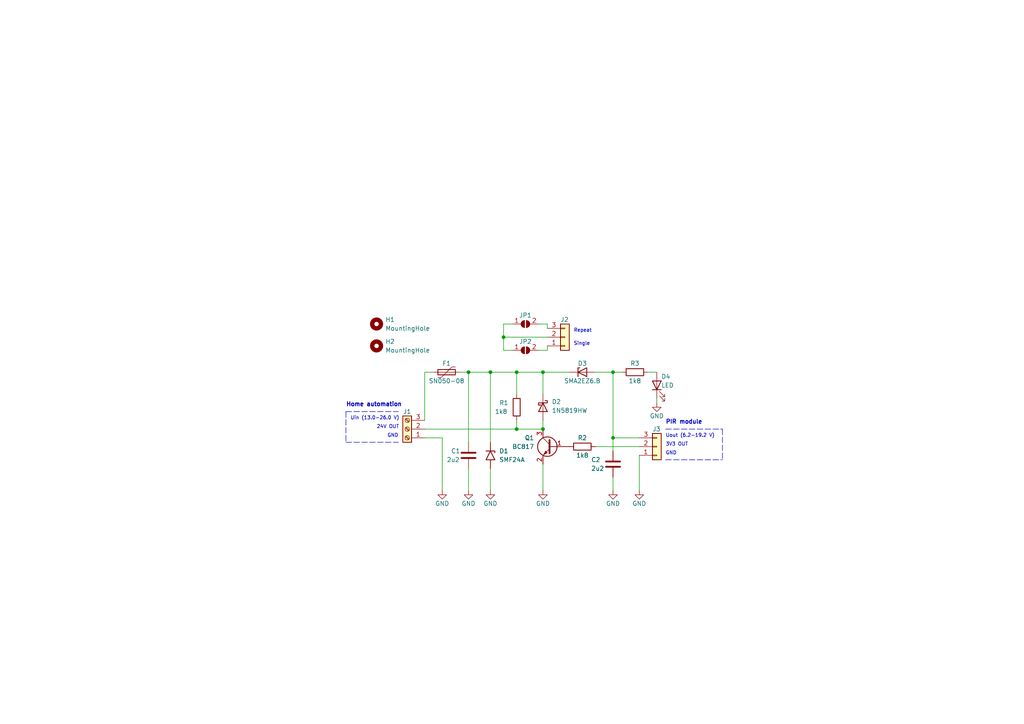
<source format=kicad_sch>
(kicad_sch (version 20230121) (generator eeschema)
  (paper "A4")
  (lib_symbols
    (symbol "Connector:Screw_Terminal_01x03" (pin_names (offset 1.016) hide)
      (property "Reference" "J" (at 0 5.08 0))
      (property "Value" "Screw_Terminal_01x03" (at 0 -5.08 0))
      (symbol "Screw_Terminal_01x03_1_1"
        (rectangle (start -1.27 3.81) (end 1.27 -3.81) (stroke (width 0.254)) (fill (type background)))
        (circle (center 0 -2.54) (radius 0.635) (stroke (width 0.1524)))
        (polyline (pts (xy -0.5334 -2.2098) (xy 0.3302 -3.048)) (stroke (width 0.1524)))
        (polyline (pts (xy -0.5334 0.3302) (xy 0.3302 -0.508)) (stroke (width 0.1524)))
        (polyline (pts (xy -0.5334 2.8702) (xy 0.3302 2.032)) (stroke (width 0.1524)))
        (polyline (pts (xy -0.3556 -2.032) (xy 0.508 -2.8702)) (stroke (width 0.1524)))
        (polyline (pts (xy -0.3556 0.508) (xy 0.508 -0.3302)) (stroke (width 0.1524)))
        (polyline (pts (xy -0.3556 3.048) (xy 0.508 2.2098)) (stroke (width 0.1524)))
        (circle (center 0 0) (radius 0.635) (stroke (width 0.1524)))
        (circle (center 0 2.54) (radius 0.635) (stroke (width 0.1524)))
        (pin passive line (at -5.08 2.54 0) (length 3.81) (name "Pin_1") (number "1"))
        (pin passive line (at -5.08 0 0) (length 3.81) (name "Pin_2") (number "2"))
        (pin passive line (at -5.08 -2.54 0) (length 3.81) (name "Pin_3") (number "3"))
      )
    )
    (symbol "Connector_Generic:Conn_01x03" (pin_names (offset 1.016) hide)
      (property "Reference" "J" (at 0 5.08 0))
      (property "Value" "Conn_01x03" (at 0 -5.08 0))
      (symbol "Conn_01x03_1_1"
        (rectangle (start -1.27 -2.413) (end 0 -2.667) (stroke (width 0.1524)))
        (rectangle (start -1.27 0.127) (end 0 -0.127) (stroke (width 0.1524)))
        (rectangle (start -1.27 2.667) (end 0 2.413) (stroke (width 0.1524)))
        (rectangle (start -1.27 3.81) (end 1.27 -3.81) (stroke (width 0.254)) (fill (type background)))
        (pin passive line (at -5.08 2.54 0) (length 3.81) (name "Pin_1") (number "1"))
        (pin passive line (at -5.08 0 0) (length 3.81) (name "Pin_2") (number "2"))
        (pin passive line (at -5.08 -2.54 0) (length 3.81) (name "Pin_3") (number "3"))
      )
    )
    (symbol "Device:C" (pin_numbers hide) (pin_names (offset 0.254))
      (property "Reference" "C" (at 0.635 2.54 0))
      (property "Value" "C" (at 0.635 -2.54 0))
      (symbol "C_0_1"
        (polyline (pts (xy -2.032 -0.762) (xy 2.032 -0.762)) (stroke (width 0.508)))
        (polyline (pts (xy -2.032 0.762) (xy 2.032 0.762)) (stroke (width 0.508)))
      )
      (symbol "C_1_1"
        (pin passive line (at 0 3.81 270) (length 2.794) (name "~") (number "1"))
        (pin passive line (at 0 -3.81 90) (length 2.794) (name "~") (number "2"))
      )
    )
    (symbol "Device:D_Zener" (pin_numbers hide) (pin_names (offset 1.016) hide)
      (property "Reference" "D" (at 0 2.54 0))
      (property "Value" "D_Zener" (at 0 -2.54 0))
      (symbol "D_Zener_0_1"
        (polyline (pts (xy 1.27 0) (xy -1.27 0)))
        (polyline (pts (xy -1.27 -1.27) (xy -1.27 1.27) (xy -0.762 1.27)) (stroke (width 0.254)))
        (polyline (pts (xy 1.27 -1.27) (xy 1.27 1.27) (xy -1.27 0) (xy 1.27 -1.27)) (stroke (width 0.254)))
      )
      (symbol "D_Zener_1_1"
        (pin passive line (at -3.81 0 0) (length 2.54) (name "K") (number "1"))
        (pin passive line (at 3.81 0 180) (length 2.54) (name "A") (number "2"))
      )
    )
    (symbol "Device:LED" (pin_numbers hide) (pin_names (offset 1.016) hide)
      (property "Reference" "D" (at 0 2.54 0))
      (property "Value" "LED" (at 0 -2.54 0))
      (symbol "LED_0_1"
        (polyline (pts (xy -1.27 -1.27) (xy -1.27 1.27)) (stroke (width 0.254)))
        (polyline (pts (xy -1.27 0) (xy 1.27 0)))
        (polyline (pts (xy 1.27 -1.27) (xy 1.27 1.27) (xy -1.27 0) (xy 1.27 -1.27)) (stroke (width 0.254)))
        (polyline (pts (xy -3.048 -0.762) (xy -4.572 -2.286) (xy -3.81 -2.286) (xy -4.572 -2.286) (xy -4.572 -1.524)))
        (polyline (pts (xy -1.778 -0.762) (xy -3.302 -2.286) (xy -2.54 -2.286) (xy -3.302 -2.286) (xy -3.302 -1.524)))
      )
      (symbol "LED_1_1"
        (pin passive line (at -3.81 0 0) (length 2.54) (name "K") (number "1"))
        (pin passive line (at 3.81 0 180) (length 2.54) (name "A") (number "2"))
      )
    )
    (symbol "Device:Polyfuse" (pin_numbers hide) (pin_names (offset 0))
      (property "Reference" "F" (at -2.54 0 90))
      (property "Value" "Polyfuse" (at 2.54 0 90))
      (symbol "Polyfuse_0_1"
        (rectangle (start -0.762 2.54) (end 0.762 -2.54) (stroke (width 0.254)))
        (polyline (pts (xy 0 2.54) (xy 0 -2.54)))
        (polyline (pts (xy -1.524 2.54) (xy -1.524 1.524) (xy 1.524 -1.524) (xy 1.524 -2.54)))
      )
      (symbol "Polyfuse_1_1"
        (pin passive line (at 0 3.81 270) (length 1.27) (name "~") (number "1"))
        (pin passive line (at 0 -3.81 90) (length 1.27) (name "~") (number "2"))
      )
    )
    (symbol "Device:R" (pin_numbers hide) (pin_names (offset 0))
      (property "Reference" "R" (at 2.032 0 90))
      (property "Value" "R" (at 0 0 90))
      (symbol "R_0_1"
        (rectangle (start -1.016 -2.54) (end 1.016 2.54) (stroke (width 0.254)))
      )
      (symbol "R_1_1"
        (pin passive line (at 0 3.81 270) (length 1.27) (name "~") (number "1"))
        (pin passive line (at 0 -3.81 90) (length 1.27) (name "~") (number "2"))
      )
    )
    (symbol "Diode:1N5819WS" (pin_numbers hide) (pin_names (offset 1.016) hide)
      (property "Reference" "D" (at 0 2.54 0))
      (property "Value" "1N5819WS" (at 0 -2.54 0))
      (symbol "1N5819WS_0_1"
        (polyline (pts (xy 1.27 0) (xy -1.27 0)))
        (polyline (pts (xy 1.27 1.27) (xy 1.27 -1.27) (xy -1.27 0) (xy 1.27 1.27)) (stroke (width 0.254)))
        (polyline (pts (xy -1.905 0.635) (xy -1.905 1.27) (xy -1.27 1.27) (xy -1.27 -1.27) (xy -0.635 -1.27) (xy -0.635 -0.635)) (stroke (width 0.254)))
      )
      (symbol "1N5819WS_1_1"
        (pin passive line (at -3.81 0 0) (length 2.54) (name "K") (number "1"))
        (pin passive line (at 3.81 0 180) (length 2.54) (name "A") (number "2"))
      )
    )
    (symbol "Diode:SMF24A" (pin_numbers hide) (pin_names (offset 1.016) hide)
      (property "Reference" "D" (at 0 2.54 0))
      (property "Value" "SMF24A" (at 0 -2.54 0))
      (symbol "SMF24A_0_1"
        (polyline (pts (xy -0.762 1.27) (xy -1.27 1.27) (xy -1.27 -1.27)) (stroke (width 0.254)))
        (polyline (pts (xy 1.27 1.27) (xy 1.27 -1.27) (xy -1.27 0) (xy 1.27 1.27)) (stroke (width 0.254)))
      )
      (symbol "SMF24A_1_1"
        (pin passive line (at -3.81 0 0) (length 2.54) (name "A1") (number "1"))
        (pin passive line (at 3.81 0 180) (length 2.54) (name "A2") (number "2"))
      )
    )
    (symbol "Jumper:SolderJumper_2_Open" (pin_names (offset 0) hide)
      (property "Reference" "JP" (at 0 2.032 0))
      (property "Value" "SolderJumper_2_Open" (at 0 -2.54 0))
      (symbol "SolderJumper_2_Open_0_1"
        (arc (start -0.254 1.016) (mid -1.2656 0) (end -0.254 -1.016))
        (arc (start -0.254 1.016) (mid -1.2656 0) (end -0.254 -1.016) (fill (type outline)))
        (polyline (pts (xy -0.254 1.016) (xy -0.254 -1.016)))
        (polyline (pts (xy 0.254 1.016) (xy 0.254 -1.016)))
        (arc (start 0.254 -1.016) (mid 1.2656 0) (end 0.254 1.016))
        (arc (start 0.254 -1.016) (mid 1.2656 0) (end 0.254 1.016) (fill (type outline)))
      )
      (symbol "SolderJumper_2_Open_1_1"
        (pin passive line (at -3.81 0 0) (length 2.54) (name "A") (number "1"))
        (pin passive line (at 3.81 0 180) (length 2.54) (name "B") (number "2"))
      )
    )
    (symbol "Mechanical:MountingHole" (pin_names (offset 1.016))
      (property "Reference" "H" (at 0 5.08 0))
      (property "Value" "MountingHole" (at 0 3.175 0))
      (symbol "MountingHole_0_1"
        (circle (center 0 0) (radius 1.27) (stroke (width 1.27)))
      )
    )
    (symbol "Transistor_BJT:BC817" (pin_names (offset 0) hide)
      (property "Reference" "Q" (at 5.08 1.905 0))
      (property "Value" "BC817" (at 5.08 0 0))
      (symbol "BC817_0_1"
        (polyline (pts (xy 0.635 0.635) (xy 2.54 2.54)))
        (polyline (pts (xy 0.635 -0.635) (xy 2.54 -2.54) (xy 2.54 -2.54)))
        (polyline (pts (xy 0.635 1.905) (xy 0.635 -1.905) (xy 0.635 -1.905)) (stroke (width 0.508)))
        (polyline (pts (xy 1.27 -1.778) (xy 1.778 -1.27) (xy 2.286 -2.286) (xy 1.27 -1.778) (xy 1.27 -1.778)) (fill (type outline)))
        (circle (center 1.27 0) (radius 2.8194) (stroke (width 0.254)))
      )
      (symbol "BC817_1_1"
        (pin input line (at -5.08 0 0) (length 5.715) (name "B") (number "1"))
        (pin passive line (at 2.54 -5.08 90) (length 2.54) (name "E") (number "2"))
        (pin passive line (at 2.54 5.08 270) (length 2.54) (name "C") (number "3"))
      )
    )
    (symbol "power:GND" (power) (pin_names (offset 0))
      (property "Value" "GND" (at 0 -3.81 0))
      (symbol "GND_0_1"
        (polyline (pts (xy 0 0) (xy 0 -1.27) (xy 1.27 -1.27) (xy 0 -2.54) (xy -1.27 -1.27) (xy 0 -1.27)))
      )
      (symbol "GND_1_1"
        (pin power_in line (at 0 0 270) (length 0) hide (name "GND") (number "1"))
      )
    )
  )
  (junction (at 135.89 107.95))
  (junction (at 146.05 97.79))
  (junction (at 157.48 124.46))
  (junction (at 157.48 107.95))
  (junction (at 177.8 127))
  (junction (at 149.86 124.46))
  (junction (at 177.8 107.95))
  (junction (at 149.86 107.95))
  (junction (at 142.24 107.95))
  (wire (pts (xy 157.48 114.3) (xy 157.48 107.95)))
  (polyline (pts (xy 100.33 119.38) (xy 100.33 128.27)) (stroke (width 0) (type dash)))
  (wire (pts (xy 177.8 127) (xy 177.8 130.81)))
  (wire (pts (xy 128.27 142.24) (xy 128.27 127)))
  (wire (pts (xy 146.05 97.79) (xy 158.75 97.79)))
  (wire (pts (xy 185.42 132.08) (xy 185.42 142.24)))
  (wire (pts (xy 157.48 107.95) (xy 165.1 107.95)))
  (wire (pts (xy 146.05 97.79) (xy 146.05 101.6)))
  (wire (pts (xy 177.8 127) (xy 185.42 127)))
  (wire (pts (xy 142.24 107.95) (xy 142.24 128.27)))
  (wire (pts (xy 142.24 107.95) (xy 149.86 107.95)))
  (wire (pts (xy 158.75 93.98) (xy 158.75 95.25)))
  (wire (pts (xy 128.27 127) (xy 123.19 127)))
  (wire (pts (xy 135.89 135.89) (xy 135.89 142.24)))
  (wire (pts (xy 149.86 121.92) (xy 149.86 124.46)))
  (polyline (pts (xy 100.33 128.27) (xy 115.57 128.27)) (stroke (width 0) (type dash)))
  (wire (pts (xy 177.8 107.95) (xy 177.8 127)))
  (wire (pts (xy 148.59 101.6) (xy 146.05 101.6)))
  (wire (pts (xy 123.19 124.46) (xy 149.86 124.46)))
  (wire (pts (xy 149.86 124.46) (xy 157.48 124.46)))
  (wire (pts (xy 177.8 138.43) (xy 177.8 142.24)))
  (wire (pts (xy 157.48 134.62) (xy 157.48 142.24)))
  (wire (pts (xy 125.73 107.95) (xy 123.19 107.95)))
  (wire (pts (xy 123.19 107.95) (xy 123.19 121.92)))
  (wire (pts (xy 158.75 100.33) (xy 158.75 101.6)))
  (polyline (pts (xy 193.04 124.46) (xy 209.55 124.46)) (stroke (width 0) (type dash)))
  (wire (pts (xy 149.86 107.95) (xy 157.48 107.95)))
  (wire (pts (xy 190.5 107.95) (xy 187.96 107.95)))
  (polyline (pts (xy 209.55 124.46) (xy 209.55 133.35)) (stroke (width 0) (type dash)))
  (wire (pts (xy 185.42 129.54) (xy 172.72 129.54)))
  (wire (pts (xy 135.89 107.95) (xy 142.24 107.95)))
  (polyline (pts (xy 193.04 133.35) (xy 209.55 133.35)) (stroke (width 0) (type dash)))
  (wire (pts (xy 149.86 114.3) (xy 149.86 107.95)))
  (polyline (pts (xy 100.33 119.38) (xy 115.57 119.38)) (stroke (width 0) (type dash)))
  (wire (pts (xy 157.48 121.92) (xy 157.48 124.46)))
  (wire (pts (xy 190.5 115.57) (xy 190.5 116.84)))
  (wire (pts (xy 135.89 107.95) (xy 135.89 128.27)))
  (wire (pts (xy 133.35 107.95) (xy 135.89 107.95)))
  (wire (pts (xy 146.05 93.98) (xy 146.05 97.79)))
  (wire (pts (xy 146.05 93.98) (xy 148.59 93.98)))
  (wire (pts (xy 142.24 135.89) (xy 142.24 142.24)))
  (wire (pts (xy 156.21 93.98) (xy 158.75 93.98)))
  (wire (pts (xy 180.34 107.95) (xy 177.8 107.95)))
  (wire (pts (xy 172.72 107.95) (xy 177.8 107.95)))
  (wire (pts (xy 158.75 101.6) (xy 156.21 101.6)))
  (text "Single\n" (at 166.37 100.33 0) (effects (font (size 1 1)) (justify left bottom)))
  (text "GND" (at 115.57 127 0) (effects (font (size 1 1)) (justify right bottom)))
  (text "24V OUT" (at 109.22 124.46 0) (effects (font (size 1 1)) (justify left bottom)))
  (text "Uout (6.2-19.2 V)\n" (at 193.04 127 0) (effects (font (size 1 1)) (justify left bottom)))
  (text "Repeat" (at 166.37 96.52 0) (effects (font (size 1 1)) (justify left bottom)))
  (text "Uin (13.0-26.0 V)\n" (at 101.6 121.92 0) (effects (font (size 1 1)) (justify left bottom)))
  (text "PIR module\n" (at 193.04 123.19 0) (effects (font (size 1.2 1.2) bold) (justify left bottom)))
  (text "GND\n" (at 193.04 132.08 0) (effects (font (size 1 1)) (justify left bottom)))
  (text "Home automation" (at 100.33 118.11 0) (effects (font (size 1.2 1.2) (thickness 0.254) bold) (justify left bottom)))
  (text "3V3 OUT" (at 193.04 129.54 0) (effects (font (size 1 1)) (justify left bottom)))
  (symbol (lib_id "Connector_Generic:Conn_01x03") (at 190.5 129.54 0) (mirror x) (unit 1)
    (property "Reference" "J3" (at 189.23 124.46 0) (effects (justify left)))
    (property "Value" "Conn_01x03" (effects hide))
    (property "Footprint" "Connector_PinHeader_2.54mm:PinHeader_1x03_P2.54mm_Vertical" (effects hide))
  )
  (symbol (lib_id "power:GND") (at 177.8 142.24 0) (unit 1)
    (property "Reference" "#PWR01" (effects hide))
    (property "Value" "GND" (at 177.8 146.05 0))
  )
  (symbol (lib_id "Mechanical:MountingHole") (at 109.22 100.33 0) (unit 1)
    (property "Reference" "H2" (at 111.76 99.06 0) (effects (justify left)))
    (property "Value" "MountingHole" (at 111.76 101.6 0) (effects (justify left)))
    (property "Footprint" "MountingHole:MountingHole_2.2mm_M2" (effects hide))
  )
  (symbol (lib_id "Device:C") (at 177.8 134.62 0) (unit 1)
    (property "Reference" "C2" (at 171.45 133.35 0) (effects (justify left)))
    (property "Value" "2u2" (at 171.45 135.89 0) (effects (justify left)))
    (property "Footprint" "Capacitor_SMD:C_1206_3216Metric" (effects hide))
  )
  (symbol (lib_id "power:GND") (at 142.24 142.24 0) (unit 1)
    (property "Reference" "#PWR05" (effects hide))
    (property "Value" "GND" (at 142.24 146.05 0))
  )
  (symbol (lib_id "Connector:Screw_Terminal_01x03") (at 118.11 124.46 180) (unit 1)
    (property "Reference" "J1" (at 118.11 119.38 0))
    (property "Value" "Screw_Terminal_01x03" (effects hide))
    (property "Footprint" "TerminalBlock_Phoenix:TerminalBlock_Phoenix_MKDS-1,5-3-5.08_1x03_P5.08mm_Horizontal" (effects hide))
  )
  (symbol (lib_id "Device:R") (at 184.15 107.95 270) (unit 1)
    (property "Reference" "R3" (at 184.15 105.41 90))
    (property "Value" "1k8" (at 184.15 110.49 90))
    (property "Footprint" "Resistor_SMD:R_1206_3216Metric_Pad1.30x1.75mm_HandSolder" (effects hide))
  )
  (symbol (lib_id "Jumper:SolderJumper_2_Open") (at 152.4 93.98 0) (unit 1)
    (property "Reference" "JP1" (at 152.4 91.44 0))
    (property "Value" "SolderJumper_2_Open" (effects hide))
    (property "Footprint" "Jumper:SolderJumper-2_P1.3mm_Open_TrianglePad1.0x1.5mm" (effects hide))
  )
  (symbol (lib_id "power:GND") (at 157.48 142.24 0) (unit 1)
    (property "Reference" "#PWR03" (effects hide))
    (property "Value" "GND" (at 157.48 146.05 0))
  )
  (symbol (lib_id "Transistor_BJT:BC817") (at 160.02 129.54 0) (mirror y) (unit 1)
    (property "Reference" "Q1" (at 154.94 127 0) (effects (justify left)))
    (property "Value" "BC817" (at 154.94 129.54 0) (effects (justify left)))
    (property "Footprint" "Package_TO_SOT_SMD:SOT-23_Handsoldering" (effects hide))
    (property "Datasheet" "https://www.onsemi.com/pub/Collateral/BC818-D.pdf" (effects hide))
  )
  (symbol (lib_id "Device:C") (at 135.89 132.08 0) (unit 1)
    (property "Reference" "C1" (at 130.81 130.81 0) (effects (justify left)))
    (property "Value" "2u2" (at 129.54 133.35 0) (effects (justify left)))
    (property "Footprint" "Capacitor_SMD:C_1206_3216Metric" (effects hide))
  )
  (symbol (lib_id "power:GND") (at 190.5 116.84 0) (unit 1)
    (property "Reference" "#PWR07" (effects hide))
    (property "Value" "GND" (at 190.5 120.65 0))
  )
  (symbol (lib_id "power:GND") (at 135.89 142.24 0) (unit 1)
    (property "Reference" "#PWR04" (effects hide))
    (property "Value" "GND" (at 135.89 146.05 0))
  )
  (symbol (lib_id "power:GND") (at 185.42 142.24 0) (unit 1)
    (property "Reference" "#PWR02" (effects hide))
    (property "Value" "GND" (at 185.42 146.05 0))
  )
  (symbol (lib_id "Device:Polyfuse") (at 129.54 107.95 270) (unit 1)
    (property "Reference" "F1" (at 129.54 105.41 90))
    (property "Value" "SN050-08" (at 129.54 110.49 90))
    (property "Footprint" "Resistor_SMD:R_1206_3216Metric_Pad1.30x1.75mm_HandSolder" (effects hide))
  )
  (symbol (lib_id "Device:R") (at 149.86 118.11 0) (unit 1)
    (property "Reference" "R1" (at 144.78 116.84 0) (effects (justify left)))
    (property "Value" "1k8" (at 143.51 119.38 0) (effects (justify left)))
    (property "Footprint" "Resistor_SMD:R_1206_3216Metric_Pad1.30x1.75mm_HandSolder" (effects hide))
  )
  (symbol (lib_id "Device:R") (at 168.91 129.54 270) (unit 1)
    (property "Reference" "R2" (at 168.91 127 90))
    (property "Value" "1k8" (at 168.91 132.08 90))
    (property "Footprint" "Resistor_SMD:R_1206_3216Metric_Pad1.30x1.75mm_HandSolder" (effects hide))
  )
  (symbol (lib_id "Mechanical:MountingHole") (at 109.22 93.98 0) (unit 1)
    (property "Reference" "H1" (at 111.76 92.71 0) (effects (justify left)))
    (property "Value" "MountingHole" (at 111.76 95.25 0) (effects (justify left)))
    (property "Footprint" "MountingHole:MountingHole_2.2mm_M2" (effects hide))
  )
  (symbol (lib_id "Connector_Generic:Conn_01x03") (at 163.83 97.79 0) (mirror x) (unit 1)
    (property "Reference" "J2" (at 162.56 92.71 0) (effects (justify left)))
    (property "Value" "Conn_01x03" (effects hide))
    (property "Footprint" "Connector_PinHeader_2.54mm:PinHeader_1x03_P2.54mm_Vertical" (effects hide))
  )
  (symbol (lib_id "Device:D_Zener") (at 168.91 107.95 0) (unit 1)
    (property "Reference" "D3" (at 168.91 105.41 0))
    (property "Value" "SMA2EZ6.B" (at 168.91 110.49 0))
    (property "Footprint" "Diode_SMD:D_SMA_Handsoldering" (effects hide))
  )
  (symbol (lib_id "Diode:SMF24A") (at 142.24 132.08 270) (unit 1)
    (property "Reference" "D1" (at 144.78 130.81 90) (effects (justify left)))
    (property "Value" "SMF24A" (at 144.78 133.35 90) (effects (justify left)))
    (property "Footprint" "Diode_SMD:D_SMF" (effects hide))
    (property "Datasheet" "https://www.vishay.com/doc?85881" (effects hide))
  )
  (symbol (lib_id "Device:LED") (at 190.5 111.76 90) (unit 1)
    (property "Reference" "D4" (at 191.77 109.22 90) (effects (justify right)))
    (property "Value" "LED" (at 191.77 111.76 90) (effects (justify right)))
    (property "Footprint" "LED_SMD:LED_1206_3216Metric_Pad1.42x1.75mm_HandSolder" (effects hide))
  )
  (symbol (lib_id "Diode:1N5819WS") (at 157.48 118.11 270) (unit 1)
    (property "Reference" "D2" (at 160.02 116.5225 90) (effects (justify left)))
    (property "Value" "1N5819HW" (at 160.02 119.0625 90) (effects (justify left)))
    (property "Footprint" "Diode_SMD:D_SOD-123" (effects hide))
    (property "Datasheet" "https://datasheet.lcsc.com/lcsc/2204281430_Guangdong-Hottech-1N5819WS_C191023.pdf" (effects hide))
  )
  (symbol (lib_id "power:GND") (at 128.27 142.24 0) (unit 1)
    (property "Reference" "#PWR06" (effects hide))
    (property "Value" "GND" (at 128.27 146.05 0))
  )
  (symbol (lib_id "Jumper:SolderJumper_2_Open") (at 152.4 101.6 0) (unit 1)
    (property "Reference" "JP2" (at 152.4 99.06 0))
    (property "Value" "SolderJumper_2_Open" (effects hide))
    (property "Footprint" "Jumper:SolderJumper-2_P1.3mm_Open_TrianglePad1.0x1.5mm" (effects hide))
  )
)
</source>
